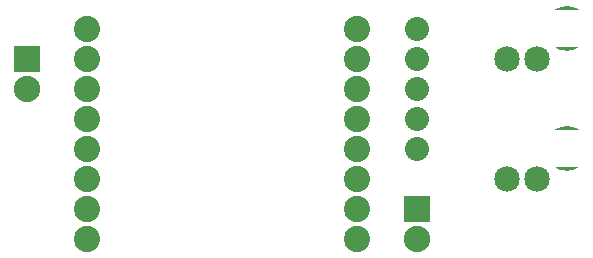
<source format=gts>
G04 MADE WITH FRITZING*
G04 WWW.FRITZING.ORG*
G04 DOUBLE SIDED*
G04 HOLES PLATED*
G04 CONTOUR ON CENTER OF CONTOUR VECTOR*
%ASAXBY*%
%FSLAX23Y23*%
%MOIN*%
%OFA0B0*%
%SFA1.0B1.0*%
%ADD10C,0.087778*%
%ADD11C,0.080000*%
%ADD12C,0.088000*%
%ADD13C,0.085000*%
%ADD14R,0.088000X0.088000*%
%ADD15R,0.001000X0.001000*%
%LNMASK1*%
G90*
G70*
G54D10*
X330Y899D03*
X330Y799D03*
X330Y699D03*
X330Y599D03*
X330Y499D03*
X330Y399D03*
X330Y299D03*
X330Y199D03*
X1230Y199D03*
X1230Y299D03*
X1230Y399D03*
X1230Y499D03*
X1230Y599D03*
X1230Y699D03*
X1230Y799D03*
X1230Y899D03*
G54D11*
X1430Y499D03*
X1430Y599D03*
X1430Y699D03*
X1430Y799D03*
X1430Y899D03*
G54D12*
X130Y799D03*
X130Y699D03*
X1430Y299D03*
X1430Y199D03*
G54D13*
X1830Y799D03*
X1830Y399D03*
X1730Y399D03*
X1730Y799D03*
G54D14*
X130Y799D03*
X1430Y299D03*
G54D15*
X1918Y973D02*
X1939Y973D01*
X1913Y972D02*
X1945Y972D01*
X1909Y971D02*
X1949Y971D01*
X1906Y970D02*
X1952Y970D01*
X1903Y969D02*
X1955Y969D01*
X1900Y968D02*
X1957Y968D01*
X1898Y967D02*
X1960Y967D01*
X1896Y966D02*
X1962Y966D01*
X1894Y965D02*
X1964Y965D01*
X1892Y964D02*
X1965Y964D01*
X1891Y963D02*
X1967Y963D01*
X1890Y837D02*
X1968Y837D01*
X1892Y836D02*
X1966Y836D01*
X1893Y835D02*
X1964Y835D01*
X1895Y834D02*
X1962Y834D01*
X1897Y833D02*
X1960Y833D01*
X1899Y832D02*
X1958Y832D01*
X1902Y831D02*
X1956Y831D01*
X1904Y830D02*
X1953Y830D01*
X1907Y829D02*
X1950Y829D01*
X1911Y828D02*
X1947Y828D01*
X1915Y827D02*
X1942Y827D01*
X1922Y826D02*
X1936Y826D01*
X1928Y574D02*
X1929Y574D01*
X1918Y573D02*
X1940Y573D01*
X1913Y572D02*
X1945Y572D01*
X1909Y571D02*
X1949Y571D01*
X1905Y570D02*
X1952Y570D01*
X1903Y569D02*
X1955Y569D01*
X1900Y568D02*
X1958Y568D01*
X1898Y567D02*
X1960Y567D01*
X1896Y566D02*
X1962Y566D01*
X1894Y565D02*
X1964Y565D01*
X1892Y564D02*
X1965Y564D01*
X1891Y563D02*
X1967Y563D01*
X1890Y437D02*
X1968Y437D01*
X1892Y436D02*
X1966Y436D01*
X1893Y435D02*
X1964Y435D01*
X1895Y434D02*
X1962Y434D01*
X1897Y433D02*
X1960Y433D01*
X1899Y432D02*
X1958Y432D01*
X1902Y431D02*
X1956Y431D01*
X1904Y430D02*
X1953Y430D01*
X1907Y429D02*
X1950Y429D01*
X1911Y428D02*
X1946Y428D01*
X1916Y427D02*
X1942Y427D01*
X1922Y426D02*
X1936Y426D01*
D02*
G04 End of Mask1*
M02*
</source>
